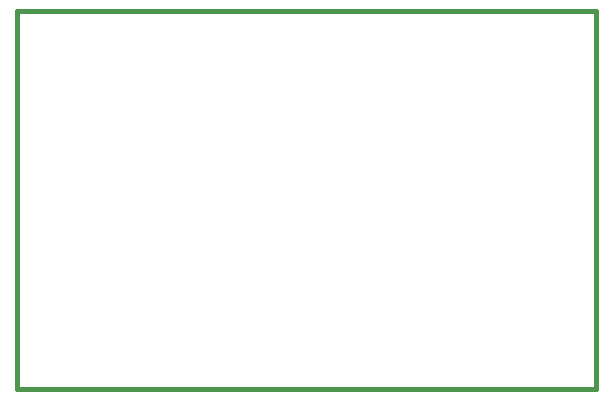
<source format=gbr>
G04 (created by PCBNEW-RS274X (2011-11-27 BZR 3249)-stable) date 21/02/2012 2:28:41 p.m.*
G01*
G70*
G90*
%MOIN*%
G04 Gerber Fmt 3.4, Leading zero omitted, Abs format*
%FSLAX34Y34*%
G04 APERTURE LIST*
%ADD10C,0.006000*%
%ADD11C,0.015000*%
G04 APERTURE END LIST*
G54D10*
G54D11*
X43307Y-33111D02*
X43307Y-20552D01*
X24016Y-33150D02*
X43307Y-33150D01*
X24016Y-20551D02*
X24016Y-33150D01*
X43307Y-20551D02*
X24016Y-20551D01*
M02*

</source>
